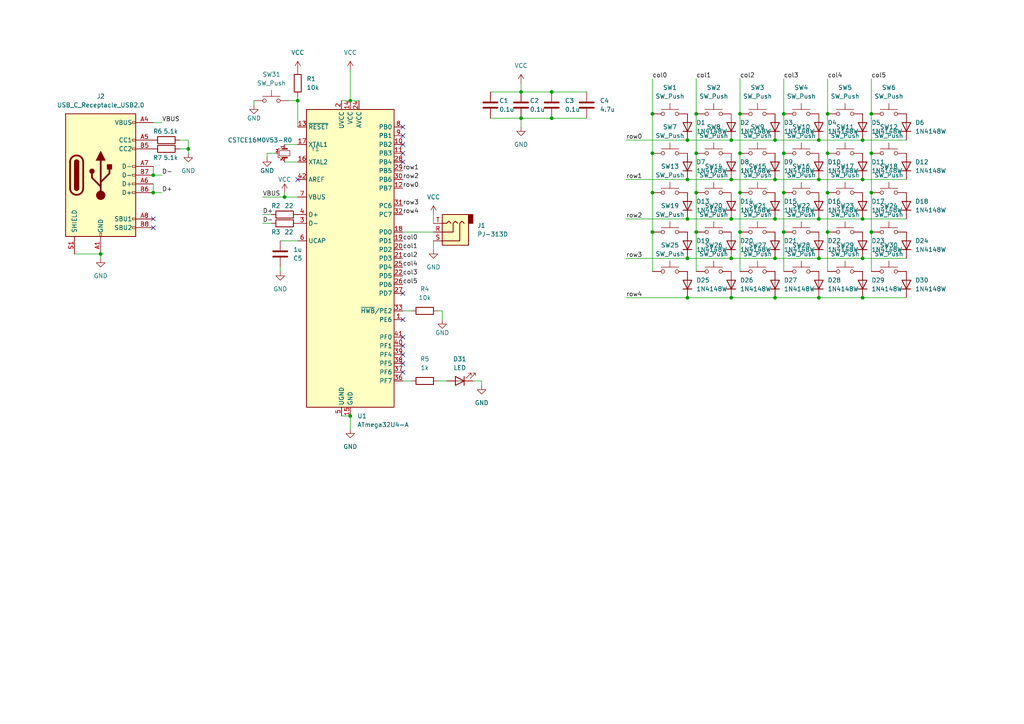
<source format=kicad_sch>
(kicad_sch (version 20211123) (generator eeschema)
  (paper "A4")
  (lib_symbols
    (symbol "Connector:AudioJack3"
      (property "Reference" "J" (at 0 8.89 0))
      (property "Value" "AudioJack3" (at 0 6.35 0))
      (symbol "AudioJack3_0_1"
        (rectangle (start -5.08 -5.08) (end -6.35 -2.54) (stroke (width 0.254)) (fill (type outline)))
        (polyline (pts (xy 0 -2.54) (xy 0.635 -3.175) (xy 1.27 -2.54) (xy 2.54 -2.54)) (stroke (width 0.254)))
        (polyline (pts (xy -1.905 -2.54) (xy -1.27 -3.175) (xy -0.635 -2.54) (xy -0.635 0) (xy 2.54 0)) (stroke (width 0.254)))
        (polyline (pts (xy 2.54 2.54) (xy -2.54 2.54) (xy -2.54 -2.54) (xy -3.175 -3.175) (xy -3.81 -2.54)) (stroke (width 0.254)))
        (rectangle (start 2.54 3.81) (end -5.08 -5.08) (stroke (width 0.254)) (fill (type background)))
      )
      (symbol "AudioJack3_1_1"
        (pin passive line (at 5.08 0 180) (length 2.54) (name "~") (number "R"))
        (pin passive line (at 5.08 2.54 180) (length 2.54) (name "~") (number "S"))
        (pin passive line (at 5.08 -2.54 180) (length 2.54) (name "~") (number "T"))
      )
    )
    (symbol "Connector:USB_C_Receptacle_USB2.0" (pin_names (offset 1.016))
      (property "Reference" "J" (at -10.16 19.05 0))
      (property "Value" "USB_C_Receptacle_USB2.0" (at 19.05 19.05 0))
      (symbol "USB_C_Receptacle_USB2.0_0_0"
        (rectangle (start -0.254 -17.78) (end 0.254 -16.764))
        (rectangle (start 10.16 -14.986) (end 9.144 -15.494))
        (rectangle (start 10.16 -12.446) (end 9.144 -12.954))
        (rectangle (start 10.16 -4.826) (end 9.144 -5.334))
        (rectangle (start 10.16 -2.286) (end 9.144 -2.794))
        (rectangle (start 10.16 0.254) (end 9.144 -0.254))
        (rectangle (start 10.16 2.794) (end 9.144 2.286))
        (rectangle (start 10.16 7.874) (end 9.144 7.366))
        (rectangle (start 10.16 10.414) (end 9.144 9.906))
        (rectangle (start 10.16 15.494) (end 9.144 14.986))
      )
      (symbol "USB_C_Receptacle_USB2.0_0_1"
        (rectangle (start -10.16 17.78) (end 10.16 -17.78) (stroke (width 0.254)) (fill (type background)))
        (arc (start -8.89 -3.81) (mid -6.985 -5.715) (end -5.08 -3.81) (stroke (width 0.508)))
        (arc (start -7.62 -3.81) (mid -6.985 -4.445) (end -6.35 -3.81) (stroke (width 0.254)))
        (arc (start -7.62 -3.81) (mid -6.985 -4.445) (end -6.35 -3.81) (stroke (width 0.254)) (fill (type outline)))
        (rectangle (start -7.62 -3.81) (end -6.35 3.81) (stroke (width 0.254)) (fill (type outline)))
        (arc (start -6.35 3.81) (mid -6.985 4.445) (end -7.62 3.81) (stroke (width 0.254)))
        (arc (start -6.35 3.81) (mid -6.985 4.445) (end -7.62 3.81) (stroke (width 0.254)) (fill (type outline)))
        (arc (start -5.08 3.81) (mid -6.985 5.715) (end -8.89 3.81) (stroke (width 0.508)))
        (circle (center -2.54 1.143) (radius 0.635) (stroke (width 0.254)) (fill (type outline)))
        (circle (center 0 -5.842) (radius 1.27) (fill (type outline)))
        (polyline (pts (xy -8.89 -3.81) (xy -8.89 3.81)) (stroke (width 0.508)))
        (polyline (pts (xy -5.08 3.81) (xy -5.08 -3.81)) (stroke (width 0.508)))
        (polyline (pts (xy 0 -5.842) (xy 0 4.318)) (stroke (width 0.508)))
        (polyline (pts (xy 0 -3.302) (xy -2.54 -0.762) (xy -2.54 0.508)) (stroke (width 0.508)))
        (polyline (pts (xy 0 -2.032) (xy 2.54 0.508) (xy 2.54 1.778)) (stroke (width 0.508)))
        (polyline (pts (xy -1.27 4.318) (xy 0 6.858) (xy 1.27 4.318) (xy -1.27 4.318)) (stroke (width 0.254)) (fill (type outline)))
        (rectangle (start 1.905 1.778) (end 3.175 3.048) (stroke (width 0.254)) (fill (type outline)))
      )
      (symbol "USB_C_Receptacle_USB2.0_1_1"
        (pin passive line (at 0 -22.86 90) (length 5.08) (name "GND") (number "A1"))
        (pin passive line (at 0 -22.86 90) (length 5.08) hide (name "GND") (number "A12"))
        (pin passive line (at 15.24 15.24 180) (length 5.08) (name "VBUS") (number "A4"))
        (pin bidirectional line (at 15.24 10.16 180) (length 5.08) (name "CC1") (number "A5"))
        (pin bidirectional line (at 15.24 -2.54 180) (length 5.08) (name "D+") (number "A6"))
        (pin bidirectional line (at 15.24 2.54 180) (length 5.08) (name "D-") (number "A7"))
        (pin bidirectional line (at 15.24 -12.7 180) (length 5.08) (name "SBU1") (number "A8"))
        (pin passive line (at 15.24 15.24 180) (length 5.08) hide (name "VBUS") (number "A9"))
        (pin passive line (at 0 -22.86 90) (length 5.08) hide (name "GND") (number "B1"))
        (pin passive line (at 0 -22.86 90) (length 5.08) hide (name "GND") (number "B12"))
        (pin passive line (at 15.24 15.24 180) (length 5.08) hide (name "VBUS") (number "B4"))
        (pin bidirectional line (at 15.24 7.62 180) (length 5.08) (name "CC2") (number "B5"))
        (pin bidirectional line (at 15.24 -5.08 180) (length 5.08) (name "D+") (number "B6"))
        (pin bidirectional line (at 15.24 0 180) (length 5.08) (name "D-") (number "B7"))
        (pin bidirectional line (at 15.24 -15.24 180) (length 5.08) (name "SBU2") (number "B8"))
        (pin passive line (at 15.24 15.24 180) (length 5.08) hide (name "VBUS") (number "B9"))
        (pin passive line (at -7.62 -22.86 90) (length 5.08) (name "SHIELD") (number "S1"))
      )
    )
    (symbol "Device:C" (pin_numbers hide) (pin_names (offset 0.254))
      (property "Reference" "C" (at 0.635 2.54 0))
      (property "Value" "C" (at 0.635 -2.54 0))
      (symbol "C_0_1"
        (polyline (pts (xy -2.032 -0.762) (xy 2.032 -0.762)) (stroke (width 0.508)))
        (polyline (pts (xy -2.032 0.762) (xy 2.032 0.762)) (stroke (width 0.508)))
      )
      (symbol "C_1_1"
        (pin passive line (at 0 3.81 270) (length 2.794) (name "~") (number "1"))
        (pin passive line (at 0 -3.81 90) (length 2.794) (name "~") (number "2"))
      )
    )
    (symbol "Device:Crystal_GND3_Small" (pin_names (offset 1.016) hide)
      (property "Reference" "Y1" (at -1.27 7.62 90))
      (property "Value" "CSTCE16M0V53-R0" (at -13.97 5.08 90))
      (symbol "Crystal_GND3_Small_0_1"
        (rectangle (start -0.762 -1.524) (end 0.762 1.524))
        (polyline (pts (xy -1.27 -0.762) (xy -1.27 0.762)) (stroke (width 0.381)))
        (polyline (pts (xy 1.27 -0.762) (xy 1.27 0.762)) (stroke (width 0.381)))
        (polyline (pts (xy -1.27 -1.27) (xy -1.27 -1.905) (xy 1.27 -1.905) (xy 1.27 -1.27)))
      )
      (symbol "Crystal_GND3_Small_1_1"
        (pin passive line (at -2.54 0 0) (length 1.27) (name "1") (number "1"))
        (pin passive line (at 0 -2.54 90) (length 0.635) (name "2") (number "2"))
        (pin passive line (at 2.54 0 180) (length 1.27) (name "3") (number "3"))
      )
    )
    (symbol "Device:LED" (pin_numbers hide) (pin_names (offset 1.016) hide)
      (property "Reference" "D" (at 0 2.54 0))
      (property "Value" "LED" (at 0 -2.54 0))
      (symbol "LED_0_1"
        (polyline (pts (xy -1.27 -1.27) (xy -1.27 1.27)) (stroke (width 0.254)))
        (polyline (pts (xy -1.27 0) (xy 1.27 0)))
        (polyline (pts (xy 1.27 -1.27) (xy 1.27 1.27) (xy -1.27 0) (xy 1.27 -1.27)) (stroke (width 0.254)))
        (polyline (pts (xy -3.048 -0.762) (xy -4.572 -2.286) (xy -3.81 -2.286) (xy -4.572 -2.286) (xy -4.572 -1.524)))
        (polyline (pts (xy -1.778 -0.762) (xy -3.302 -2.286) (xy -2.54 -2.286) (xy -3.302 -2.286) (xy -3.302 -1.524)))
      )
      (symbol "LED_1_1"
        (pin passive line (at -3.81 0 0) (length 2.54) (name "K") (number "1"))
        (pin passive line (at 3.81 0 180) (length 2.54) (name "A") (number "2"))
      )
    )
    (symbol "Device:R" (pin_numbers hide) (pin_names (offset 0))
      (property "Reference" "R" (at 2.032 0 90))
      (property "Value" "R" (at 0 0 90))
      (symbol "R_0_1"
        (rectangle (start -1.016 -2.54) (end 1.016 2.54) (stroke (width 0.254)))
      )
      (symbol "R_1_1"
        (pin passive line (at 0 3.81 270) (length 1.27) (name "~") (number "1"))
        (pin passive line (at 0 -3.81 90) (length 1.27) (name "~") (number "2"))
      )
    )
    (symbol "Diode:1N4148W" (pin_numbers hide) (pin_names hide)
      (property "Reference" "D" (at 0 2.54 0))
      (property "Value" "1N4148W" (at 0 -2.54 0))
      (symbol "1N4148W_0_1"
        (polyline (pts (xy -1.27 1.27) (xy -1.27 -1.27)) (stroke (width 0.254)))
        (polyline (pts (xy 1.27 0) (xy -1.27 0)))
        (polyline (pts (xy 1.27 1.27) (xy 1.27 -1.27) (xy -1.27 0) (xy 1.27 1.27)) (stroke (width 0.254)))
      )
      (symbol "1N4148W_1_1"
        (pin passive line (at -3.81 0 0) (length 2.54) (name "K") (number "1"))
        (pin passive line (at 3.81 0 180) (length 2.54) (name "A") (number "2"))
      )
    )
    (symbol "MCU_Microchip_ATmega:ATmega32U4-A"
      (property "Reference" "U" (at -12.7 44.45 0))
      (property "Value" "ATmega32U4-A" (at 2.54 -44.45 0))
      (symbol "ATmega32U4-A_0_1"
        (rectangle (start -12.7 -43.18) (end 12.7 43.18) (stroke (width 0.254)) (fill (type background)))
      )
      (symbol "ATmega32U4-A_1_1"
        (pin bidirectional line (at 15.24 -17.78 180) (length 2.54) (name "PE6") (number "1"))
        (pin bidirectional line (at 15.24 33.02 180) (length 2.54) (name "PB2") (number "10"))
        (pin bidirectional line (at 15.24 30.48 180) (length 2.54) (name "PB3") (number "11"))
        (pin bidirectional line (at 15.24 20.32 180) (length 2.54) (name "PB7") (number "12"))
        (pin input line (at -15.24 38.1 0) (length 2.54) (name "~{RESET}") (number "13"))
        (pin power_in line (at 0 45.72 270) (length 2.54) (name "VCC") (number "14"))
        (pin power_in line (at 0 -45.72 90) (length 2.54) (name "GND") (number "15"))
        (pin output line (at -15.24 27.94 0) (length 2.54) (name "XTAL2") (number "16"))
        (pin input line (at -15.24 33.02 0) (length 2.54) (name "XTAL1") (number "17"))
        (pin bidirectional line (at 15.24 7.62 180) (length 2.54) (name "PD0") (number "18"))
        (pin bidirectional line (at 15.24 5.08 180) (length 2.54) (name "PD1") (number "19"))
        (pin power_in line (at -2.54 45.72 270) (length 2.54) (name "UVCC") (number "2"))
        (pin bidirectional line (at 15.24 2.54 180) (length 2.54) (name "PD2") (number "20"))
        (pin bidirectional line (at 15.24 0 180) (length 2.54) (name "PD3") (number "21"))
        (pin bidirectional line (at 15.24 -5.08 180) (length 2.54) (name "PD5") (number "22"))
        (pin passive line (at 0 -45.72 90) (length 2.54) hide (name "GND") (number "23"))
        (pin power_in line (at 2.54 45.72 270) (length 2.54) (name "AVCC") (number "24"))
        (pin bidirectional line (at 15.24 -2.54 180) (length 2.54) (name "PD4") (number "25"))
        (pin bidirectional line (at 15.24 -7.62 180) (length 2.54) (name "PD6") (number "26"))
        (pin bidirectional line (at 15.24 -10.16 180) (length 2.54) (name "PD7") (number "27"))
        (pin bidirectional line (at 15.24 27.94 180) (length 2.54) (name "PB4") (number "28"))
        (pin bidirectional line (at 15.24 25.4 180) (length 2.54) (name "PB5") (number "29"))
        (pin bidirectional line (at -15.24 10.16 0) (length 2.54) (name "D-") (number "3"))
        (pin bidirectional line (at 15.24 22.86 180) (length 2.54) (name "PB6") (number "30"))
        (pin bidirectional line (at 15.24 15.24 180) (length 2.54) (name "PC6") (number "31"))
        (pin bidirectional line (at 15.24 12.7 180) (length 2.54) (name "PC7") (number "32"))
        (pin bidirectional line (at 15.24 -15.24 180) (length 2.54) (name "~{HWB}/PE2") (number "33"))
        (pin passive line (at 0 45.72 270) (length 2.54) hide (name "VCC") (number "34"))
        (pin passive line (at 0 -45.72 90) (length 2.54) hide (name "GND") (number "35"))
        (pin bidirectional line (at 15.24 -35.56 180) (length 2.54) (name "PF7") (number "36"))
        (pin bidirectional line (at 15.24 -33.02 180) (length 2.54) (name "PF6") (number "37"))
        (pin bidirectional line (at 15.24 -30.48 180) (length 2.54) (name "PF5") (number "38"))
        (pin bidirectional line (at 15.24 -27.94 180) (length 2.54) (name "PF4") (number "39"))
        (pin bidirectional line (at -15.24 12.7 0) (length 2.54) (name "D+") (number "4"))
        (pin bidirectional line (at 15.24 -25.4 180) (length 2.54) (name "PF1") (number "40"))
        (pin bidirectional line (at 15.24 -22.86 180) (length 2.54) (name "PF0") (number "41"))
        (pin passive line (at -15.24 22.86 0) (length 2.54) (name "AREF") (number "42"))
        (pin passive line (at 0 -45.72 90) (length 2.54) hide (name "GND") (number "43"))
        (pin passive line (at 2.54 45.72 270) (length 2.54) hide (name "AVCC") (number "44"))
        (pin passive line (at -2.54 -45.72 90) (length 2.54) (name "UGND") (number "5"))
        (pin passive line (at -15.24 5.08 0) (length 2.54) (name "UCAP") (number "6"))
        (pin input line (at -15.24 17.78 0) (length 2.54) (name "VBUS") (number "7"))
        (pin bidirectional line (at 15.24 38.1 180) (length 2.54) (name "PB0") (number "8"))
        (pin bidirectional line (at 15.24 35.56 180) (length 2.54) (name "PB1") (number "9"))
      )
    )
    (symbol "Switch:SW_Push" (pin_numbers hide) (pin_names (offset 1.016) hide)
      (property "Reference" "SW" (at 1.27 2.54 0))
      (property "Value" "SW_Push" (at 0 -1.524 0))
      (symbol "SW_Push_0_1"
        (circle (center -2.032 0) (radius 0.508))
        (polyline (pts (xy 0 1.27) (xy 0 3.048)))
        (polyline (pts (xy 2.54 1.27) (xy -2.54 1.27)))
        (circle (center 2.032 0) (radius 0.508))
        (pin passive line (at -5.08 0 0) (length 2.54) (name "1") (number "1"))
        (pin passive line (at 5.08 0 180) (length 2.54) (name "2") (number "2"))
      )
    )
    (symbol "power:GND" (power) (pin_names (offset 0))
      (property "Value" "GND" (at 0 -3.81 0))
      (symbol "GND_0_1"
        (polyline (pts (xy 0 0) (xy 0 -1.27) (xy 1.27 -1.27) (xy 0 -2.54) (xy -1.27 -1.27) (xy 0 -1.27)))
      )
      (symbol "GND_1_1"
        (pin power_in line (at 0 0 270) (length 0) hide (name "GND") (number "1"))
      )
    )
    (symbol "power:VCC" (power) (pin_names (offset 0))
      (property "Value" "VCC" (at 0 3.81 0))
      (symbol "VCC_0_1"
        (polyline (pts (xy -0.762 1.27) (xy 0 2.54)))
        (polyline (pts (xy 0 0) (xy 0 2.54)))
        (polyline (pts (xy 0 2.54) (xy 0.762 1.27)))
      )
      (symbol "VCC_1_1"
        (pin power_in line (at 0 0 90) (length 0) hide (name "VCC") (number "1"))
      )
    )
  )
  (junction (at 250.19 63.5))
  (junction (at 252.73 44.45))
  (junction (at 189.23 55.88))
  (junction (at 224.79 52.07))
  (junction (at 54.61 43.18))
  (junction (at 250.19 40.64))
  (junction (at 252.73 67.31))
  (junction (at 212.09 86.36))
  (junction (at 199.39 74.93))
  (junction (at 29.21 73.66))
  (junction (at 237.49 74.93))
  (junction (at 224.79 74.93))
  (junction (at 250.19 52.07))
  (junction (at 189.23 33.02))
  (junction (at 240.03 55.88))
  (junction (at 250.19 86.36))
  (junction (at 189.23 44.45))
  (junction (at 214.63 44.45))
  (junction (at 227.33 67.31))
  (junction (at 101.6 120.65))
  (junction (at 237.49 86.36))
  (junction (at 199.39 63.5))
  (junction (at 240.03 33.02))
  (junction (at 212.09 74.93))
  (junction (at 227.33 55.88))
  (junction (at 201.93 55.88))
  (junction (at 224.79 86.36))
  (junction (at 201.93 33.02))
  (junction (at 237.49 40.64))
  (junction (at 201.93 67.31))
  (junction (at 227.33 33.02))
  (junction (at 252.73 33.02))
  (junction (at 224.79 63.5))
  (junction (at 199.39 86.36))
  (junction (at 214.63 67.31))
  (junction (at 212.09 52.07))
  (junction (at 199.39 52.07))
  (junction (at 250.19 74.93))
  (junction (at 214.63 33.02))
  (junction (at 201.93 44.45))
  (junction (at 82.55 57.15))
  (junction (at 240.03 67.31))
  (junction (at 237.49 63.5))
  (junction (at 189.23 67.31))
  (junction (at 240.03 44.45))
  (junction (at 212.09 40.64))
  (junction (at 227.33 44.45))
  (junction (at 160.02 34.29))
  (junction (at 224.79 40.64))
  (junction (at 160.02 26.67))
  (junction (at 214.63 55.88))
  (junction (at 151.13 26.67))
  (junction (at 151.13 34.29))
  (junction (at 44.45 50.8))
  (junction (at 252.73 55.88))
  (junction (at 101.6 29.21))
  (junction (at 44.45 55.88))
  (junction (at 86.36 29.21))
  (junction (at 212.09 63.5))
  (junction (at 237.49 52.07))
  (junction (at 199.39 40.64))
  (no_connect (at 116.84 46.99))
  (no_connect (at 116.84 39.37))
  (no_connect (at 116.84 102.87))
  (no_connect (at 86.36 52.07))
  (no_connect (at 116.84 92.71))
  (no_connect (at 116.84 97.79))
  (no_connect (at 116.84 100.33))
  (no_connect (at 116.84 105.41))
  (no_connect (at 116.84 107.95))
  (no_connect (at 116.84 85.09))
  (no_connect (at 44.45 66.04))
  (no_connect (at 116.84 41.91))
  (no_connect (at 116.84 36.83))
  (no_connect (at 44.45 63.5))
  (no_connect (at 116.84 44.45))
  (wire (pts (xy 44.45 50.8) (xy 44.45 48.26)))
  (wire (pts (xy 189.23 44.45) (xy 189.23 55.88)))
  (wire (pts (xy 237.49 63.5) (xy 250.19 63.5)))
  (wire (pts (xy 54.61 43.18) (xy 52.07 43.18)))
  (wire (pts (xy 214.63 22.86) (xy 214.63 33.02)))
  (wire (pts (xy 151.13 34.29) (xy 160.02 34.29)))
  (wire (pts (xy 250.19 40.64) (xy 262.89 40.64)))
  (wire (pts (xy 77.47 45.72) (xy 77.47 44.45)))
  (wire (pts (xy 44.45 55.88) (xy 44.45 53.34)))
  (wire (pts (xy 201.93 55.88) (xy 201.93 67.31)))
  (wire (pts (xy 181.61 52.07) (xy 199.39 52.07)))
  (wire (pts (xy 29.21 74.93) (xy 29.21 73.66)))
  (wire (pts (xy 250.19 86.36) (xy 262.89 86.36)))
  (wire (pts (xy 189.23 22.86) (xy 189.23 33.02)))
  (wire (pts (xy 201.93 44.45) (xy 201.93 55.88)))
  (wire (pts (xy 151.13 26.67) (xy 160.02 26.67)))
  (wire (pts (xy 127 90.17) (xy 128.27 90.17)))
  (wire (pts (xy 227.33 44.45) (xy 227.33 55.88)))
  (wire (pts (xy 116.84 110.49) (xy 119.38 110.49)))
  (wire (pts (xy 250.19 52.07) (xy 262.89 52.07)))
  (wire (pts (xy 240.03 22.86) (xy 240.03 33.02)))
  (wire (pts (xy 199.39 63.5) (xy 212.09 63.5)))
  (wire (pts (xy 212.09 40.64) (xy 224.79 40.64)))
  (wire (pts (xy 224.79 63.5) (xy 237.49 63.5)))
  (wire (pts (xy 119.38 90.17) (xy 116.84 90.17)))
  (wire (pts (xy 101.6 20.32) (xy 101.6 29.21)))
  (wire (pts (xy 224.79 40.64) (xy 237.49 40.64)))
  (wire (pts (xy 212.09 63.5) (xy 224.79 63.5)))
  (wire (pts (xy 46.99 55.88) (xy 44.45 55.88)))
  (wire (pts (xy 199.39 74.93) (xy 212.09 74.93)))
  (wire (pts (xy 21.59 73.66) (xy 29.21 73.66)))
  (wire (pts (xy 227.33 67.31) (xy 227.33 78.74)))
  (wire (pts (xy 101.6 124.46) (xy 101.6 120.65)))
  (wire (pts (xy 189.23 33.02) (xy 189.23 44.45)))
  (wire (pts (xy 240.03 44.45) (xy 240.03 55.88)))
  (wire (pts (xy 82.55 41.91) (xy 86.36 41.91)))
  (wire (pts (xy 252.73 67.31) (xy 252.73 78.74)))
  (wire (pts (xy 142.24 26.67) (xy 151.13 26.67)))
  (wire (pts (xy 201.93 67.31) (xy 201.93 78.74)))
  (wire (pts (xy 125.73 62.23) (xy 125.73 64.77)))
  (wire (pts (xy 224.79 74.93) (xy 237.49 74.93)))
  (wire (pts (xy 227.33 33.02) (xy 227.33 44.45)))
  (wire (pts (xy 252.73 55.88) (xy 252.73 67.31)))
  (wire (pts (xy 77.47 44.45) (xy 80.01 44.45)))
  (wire (pts (xy 86.36 27.94) (xy 86.36 29.21)))
  (wire (pts (xy 237.49 52.07) (xy 250.19 52.07)))
  (wire (pts (xy 201.93 22.86) (xy 201.93 33.02)))
  (wire (pts (xy 224.79 86.36) (xy 237.49 86.36)))
  (wire (pts (xy 160.02 34.29) (xy 170.18 34.29)))
  (wire (pts (xy 151.13 36.83) (xy 151.13 34.29)))
  (wire (pts (xy 54.61 40.64) (xy 52.07 40.64)))
  (wire (pts (xy 46.99 50.8) (xy 44.45 50.8)))
  (wire (pts (xy 99.06 120.65) (xy 101.6 120.65)))
  (wire (pts (xy 128.27 90.17) (xy 128.27 92.71)))
  (wire (pts (xy 73.66 29.21) (xy 73.66 30.48)))
  (wire (pts (xy 116.84 67.31) (xy 125.73 67.31)))
  (wire (pts (xy 227.33 22.86) (xy 227.33 33.02)))
  (wire (pts (xy 237.49 86.36) (xy 250.19 86.36)))
  (wire (pts (xy 237.49 40.64) (xy 250.19 40.64)))
  (wire (pts (xy 160.02 26.67) (xy 170.18 26.67)))
  (wire (pts (xy 189.23 67.31) (xy 189.23 78.74)))
  (wire (pts (xy 137.16 110.49) (xy 139.7 110.49)))
  (wire (pts (xy 99.06 29.21) (xy 101.6 29.21)))
  (wire (pts (xy 227.33 55.88) (xy 227.33 67.31)))
  (wire (pts (xy 199.39 86.36) (xy 212.09 86.36)))
  (wire (pts (xy 125.73 72.39) (xy 125.73 69.85)))
  (wire (pts (xy 214.63 44.45) (xy 214.63 55.88)))
  (wire (pts (xy 86.36 46.99) (xy 82.55 46.99)))
  (wire (pts (xy 212.09 52.07) (xy 224.79 52.07)))
  (wire (pts (xy 252.73 44.45) (xy 252.73 55.88)))
  (wire (pts (xy 54.61 40.64) (xy 54.61 43.18)))
  (wire (pts (xy 81.28 77.47) (xy 81.28 78.74)))
  (wire (pts (xy 199.39 40.64) (xy 212.09 40.64)))
  (wire (pts (xy 250.19 63.5) (xy 262.89 63.5)))
  (wire (pts (xy 224.79 52.07) (xy 237.49 52.07)))
  (wire (pts (xy 78.74 62.23) (xy 76.2 62.23)))
  (wire (pts (xy 86.36 29.21) (xy 83.82 29.21)))
  (wire (pts (xy 181.61 63.5) (xy 199.39 63.5)))
  (wire (pts (xy 214.63 55.88) (xy 214.63 67.31)))
  (wire (pts (xy 82.55 55.88) (xy 82.55 57.15)))
  (wire (pts (xy 81.28 69.85) (xy 86.36 69.85)))
  (wire (pts (xy 86.36 29.21) (xy 86.36 36.83)))
  (wire (pts (xy 214.63 67.31) (xy 214.63 78.74)))
  (wire (pts (xy 54.61 43.18) (xy 54.61 44.45)))
  (wire (pts (xy 201.93 33.02) (xy 201.93 44.45)))
  (wire (pts (xy 252.73 33.02) (xy 252.73 44.45)))
  (wire (pts (xy 214.63 33.02) (xy 214.63 44.45)))
  (wire (pts (xy 250.19 74.93) (xy 262.89 74.93)))
  (wire (pts (xy 82.55 57.15) (xy 86.36 57.15)))
  (wire (pts (xy 212.09 74.93) (xy 224.79 74.93)))
  (wire (pts (xy 181.61 40.64) (xy 199.39 40.64)))
  (wire (pts (xy 181.61 74.93) (xy 199.39 74.93)))
  (wire (pts (xy 142.24 34.29) (xy 151.13 34.29)))
  (wire (pts (xy 127 110.49) (xy 129.54 110.49)))
  (wire (pts (xy 76.2 64.77) (xy 78.74 64.77)))
  (wire (pts (xy 212.09 86.36) (xy 224.79 86.36)))
  (wire (pts (xy 76.2 57.15) (xy 82.55 57.15)))
  (wire (pts (xy 240.03 33.02) (xy 240.03 44.45)))
  (wire (pts (xy 151.13 24.13) (xy 151.13 26.67)))
  (wire (pts (xy 240.03 55.88) (xy 240.03 67.31)))
  (wire (pts (xy 252.73 22.86) (xy 252.73 33.02)))
  (wire (pts (xy 240.03 67.31) (xy 240.03 78.74)))
  (wire (pts (xy 189.23 55.88) (xy 189.23 67.31)))
  (wire (pts (xy 237.49 74.93) (xy 250.19 74.93)))
  (wire (pts (xy 46.99 35.56) (xy 44.45 35.56)))
  (wire (pts (xy 199.39 52.07) (xy 212.09 52.07)))
  (wire (pts (xy 139.7 110.49) (xy 139.7 111.76)))
  (wire (pts (xy 181.61 86.36) (xy 199.39 86.36)))
  (wire (pts (xy 101.6 29.21) (xy 104.14 29.21)))
  (label "col3" (at 116.84 80.01 0))
  (label "row4" (at 181.61 86.36 0))
  (label "col2" (at 116.84 74.93 0))
  (label "row0" (at 181.61 40.64 0))
  (label "D+" (at 76.2 62.23 0))
  (label "col5" (at 252.73 22.86 0))
  (label "row1" (at 116.84 49.53 0))
  (label "col4" (at 240.03 22.86 0))
  (label "VBUS" (at 46.99 35.56 0))
  (label "row3" (at 181.61 74.93 0))
  (label "VBUS" (at 76.2 57.15 0))
  (label "row4" (at 116.84 62.23 0))
  (label "D-" (at 46.99 50.8 0))
  (label "row0" (at 116.84 54.61 0))
  (label "col0" (at 189.23 22.86 0))
  (label "col4" (at 116.84 77.47 0))
  (label "col1" (at 201.93 22.86 0))
  (label "D-" (at 76.2 64.77 0))
  (label "col1" (at 116.84 72.39 0))
  (label "col5" (at 116.84 82.55 0))
  (label "row2" (at 116.84 52.07 0))
  (label "col0" (at 116.84 69.85 0))
  (label "col2" (at 214.63 22.86 0))
  (label "D+" (at 46.99 55.88 0))
  (label "col3" (at 227.33 22.86 0))
  (label "row2" (at 181.61 63.5 0))
  (label "row3" (at 116.84 59.69 0))
  (label "row1" (at 181.61 52.07 0))
  (symbol (lib_id "Switch:SW_Push") (at 245.11 55.88 0) (unit 1)
    (property "Reference" "SW17" (at 245.11 48.26 0))
    (property "Value" "SW_Push" (at 245.11 50.8 0))
    (property "Footprint" "Switch_Keyboard_Kailh:SW_Kailh_Choc_V1_1.00u_Simple" (effects hide))
  )
  (symbol (lib_id "Switch:SW_Push") (at 245.11 44.45 0) (unit 1)
    (property "Reference" "SW11" (at 245.11 36.83 0))
    (property "Value" "SW_Push" (at 245.11 39.37 0))
    (property "Footprint" "Switch_Keyboard_Kailh:SW_Kailh_Choc_V1_1.00u_Simple" (effects hide))
  )
  (symbol (lib_id "Switch:SW_Push") (at 194.31 78.74 0) (unit 1)
    (property "Reference" "SW25" (at 194.31 71.12 0))
    (property "Value" "SW_Push" (at 194.31 73.66 0))
    (property "Footprint" "Switch_Keyboard_Kailh:SW_Kailh_Choc_V1_1.00u_Simple" (effects hide))
  )
  (symbol (lib_id "power:GND") (at 128.27 92.71 0) (unit 1)
    (property "Reference" "#PWR012" (effects hide))
    (property "Value" "GND" (at 128.27 96.52 0))
  )
  (symbol (lib_id "power:VCC") (at 86.36 20.32 0) (unit 1)
    (property "Reference" "#PWR01" (effects hide))
    (property "Value" "VCC" (at 86.36 15.24 0))
  )
  (symbol (lib_id "Switch:SW_Push") (at 232.41 33.02 0) (unit 1)
    (property "Reference" "SW4" (at 232.41 25.4 0))
    (property "Value" "SW_Push" (at 232.41 27.94 0))
    (property "Footprint" "Switch_Keyboard_Kailh:SW_Kailh_Choc_V1_1.00u_Simple" (effects hide))
  )
  (symbol (lib_id "power:GND") (at 101.6 124.46 0) (unit 1)
    (property "Reference" "#PWR014" (effects hide))
    (property "Value" "GND" (at 101.6 129.54 0))
  )
  (symbol (lib_id "Switch:SW_Push") (at 194.31 55.88 0) (unit 1)
    (property "Reference" "SW13" (at 194.31 48.26 0))
    (property "Value" "SW_Push" (at 194.31 50.8 0))
    (property "Footprint" "Switch_Keyboard_Kailh:SW_Kailh_Choc_V1_1.00u_Simple" (effects hide))
  )
  (symbol (lib_id "power:GND") (at 73.66 30.48 0) (unit 1)
    (property "Reference" "#PWR04" (effects hide))
    (property "Value" "GND" (at 73.66 34.29 0))
  )
  (symbol (lib_id "Switch:SW_Push") (at 232.41 78.74 0) (unit 1)
    (property "Reference" "SW28" (at 232.41 71.12 0))
    (property "Value" "SW_Push" (at 232.41 73.66 0))
    (property "Footprint" "Switch_Keyboard_Kailh:SW_Kailh_Choc_V1_1.00u_Simple" (effects hide))
  )
  (symbol (lib_id "Diode:1N4148W") (at 237.49 82.55 90) (unit 1)
    (property "Reference" "D28" (at 240.03 81.2799 90) (effects (justify right)))
    (property "Value" "1N4148W" (at 240.03 83.8199 90) (effects (justify right)))
    (property "Footprint" "Diode_SMD:D_SOD-123" (effects hide))
    (property "Datasheet" "https://www.vishay.com/docs/85748/1n4148w.pdf" (effects hide))
  )
  (symbol (lib_id "Device:C") (at 142.24 30.48 0) (unit 1)
    (property "Reference" "C1" (at 144.78 29.21 0) (effects (justify left)))
    (property "Value" "0.1u" (at 144.78 31.75 0) (effects (justify left)))
    (property "Footprint" "Capacitor_SMD:C_0805_2012Metric_Pad1.18x1.45mm_HandSolder" (effects hide))
  )
  (symbol (lib_id "Diode:1N4148W") (at 212.09 82.55 90) (unit 1)
    (property "Reference" "D26" (at 214.63 81.2799 90) (effects (justify right)))
    (property "Value" "1N4148W" (at 214.63 83.8199 90) (effects (justify right)))
    (property "Footprint" "Diode_SMD:D_SOD-123" (effects hide))
    (property "Datasheet" "https://www.vishay.com/docs/85748/1n4148w.pdf" (effects hide))
  )
  (symbol (lib_id "Diode:1N4148W") (at 250.19 36.83 90) (unit 1)
    (property "Reference" "D5" (at 252.73 35.5599 90) (effects (justify right)))
    (property "Value" "1N4148W" (at 252.73 38.0999 90) (effects (justify right)))
    (property "Footprint" "Diode_SMD:D_SOD-123" (effects hide))
    (property "Datasheet" "https://www.vishay.com/docs/85748/1n4148w.pdf" (effects hide))
  )
  (symbol (lib_id "Diode:1N4148W") (at 250.19 59.69 90) (unit 1)
    (property "Reference" "D17" (at 252.73 58.4199 90) (effects (justify right)))
    (property "Value" "1N4148W" (at 252.73 60.9599 90) (effects (justify right)))
    (property "Footprint" "Diode_SMD:D_SOD-123" (effects hide))
    (property "Datasheet" "https://www.vishay.com/docs/85748/1n4148w.pdf" (effects hide))
  )
  (symbol (lib_id "Switch:SW_Push") (at 207.01 55.88 0) (unit 1)
    (property "Reference" "SW14" (at 207.01 48.26 0))
    (property "Value" "SW_Push" (at 207.01 50.8 0))
    (property "Footprint" "Switch_Keyboard_Kailh:SW_Kailh_Choc_V1_1.00u_Simple" (effects hide))
  )
  (symbol (lib_id "Diode:1N4148W") (at 250.19 71.12 90) (unit 1)
    (property "Reference" "D23" (at 252.73 69.8499 90) (effects (justify right)))
    (property "Value" "1N4148W" (at 252.73 72.3899 90) (effects (justify right)))
    (property "Footprint" "Diode_SMD:D_SOD-123" (effects hide))
    (property "Datasheet" "https://www.vishay.com/docs/85748/1n4148w.pdf" (effects hide))
  )
  (symbol (lib_id "Device:R") (at 82.55 64.77 270) (unit 1)
    (property "Reference" "R3" (at 80.01 67.31 90))
    (property "Value" "22" (at 83.82 67.31 90))
    (property "Footprint" "Resistor_SMD:R_0603_1608Metric_Pad0.98x0.95mm_HandSolder" (effects hide))
  )
  (symbol (lib_id "Device:Crystal_GND3_Small") (at 82.55 44.45 270) (unit 1)
    (property "Reference" "Y1" (at 90.17 43.18 90) (effects (justify left)))
    (property "Value" "CSTCE16M0V53-R0" (at 66.04 40.64 90) (effects (justify left)))
    (property "Footprint" "Crystal:Resonator_SMD_Murata_CSTxExxV-3Pin_3.0x1.1mm_HandSoldering" (effects hide))
  )
  (symbol (lib_id "Switch:SW_Push") (at 245.11 78.74 0) (unit 1)
    (property "Reference" "SW29" (at 245.11 71.12 0))
    (property "Value" "SW_Push" (at 245.11 73.66 0))
    (property "Footprint" "Switch_Keyboard_Kailh:SW_Kailh_Choc_V1_1.00u_Simple" (effects hide))
  )
  (symbol (lib_id "power:GND") (at 125.73 72.39 0) (unit 1)
    (property "Reference" "#PWR09" (effects hide))
    (property "Value" "GND" (at 125.73 77.47 0))
  )
  (symbol (lib_id "Device:R") (at 86.36 24.13 0) (unit 1)
    (property "Reference" "R1" (at 88.9 22.8599 0) (effects (justify left)))
    (property "Value" "10k" (at 88.9 25.3999 0) (effects (justify left)))
    (property "Footprint" "Resistor_SMD:R_0603_1608Metric_Pad0.98x0.95mm_HandSolder" (effects hide))
  )
  (symbol (lib_id "power:VCC") (at 125.73 62.23 0) (unit 1)
    (property "Reference" "#PWR08" (effects hide))
    (property "Value" "VCC" (at 125.73 57.15 0))
  )
  (symbol (lib_id "Diode:1N4148W") (at 237.49 59.69 90) (unit 1)
    (property "Reference" "D16" (at 240.03 58.4199 90) (effects (justify right)))
    (property "Value" "1N4148W" (at 240.03 60.9599 90) (effects (justify right)))
    (property "Footprint" "Diode_SMD:D_SOD-123" (effects hide))
    (property "Datasheet" "https://www.vishay.com/docs/85748/1n4148w.pdf" (effects hide))
  )
  (symbol (lib_id "Diode:1N4148W") (at 250.19 48.26 90) (unit 1)
    (property "Reference" "D11" (at 252.73 46.9899 90) (effects (justify right)))
    (property "Value" "1N4148W" (at 252.73 49.5299 90) (effects (justify right)))
    (property "Footprint" "Diode_SMD:D_SOD-123" (effects hide))
    (property "Datasheet" "https://www.vishay.com/docs/85748/1n4148w.pdf" (effects hide))
  )
  (symbol (lib_id "Switch:SW_Push") (at 194.31 44.45 0) (unit 1)
    (property "Reference" "SW7" (at 194.31 36.83 0))
    (property "Value" "SW_Push" (at 194.31 39.37 0))
    (property "Footprint" "Switch_Keyboard_Kailh:SW_Kailh_Choc_V1_1.00u_Simple" (effects hide))
  )
  (symbol (lib_id "Switch:SW_Push") (at 232.41 67.31 0) (unit 1)
    (property "Reference" "SW22" (at 232.41 59.69 0))
    (property "Value" "SW_Push" (at 232.41 62.23 0))
    (property "Footprint" "Switch_Keyboard_Kailh:SW_Kailh_Choc_V1_1.00u_Simple" (effects hide))
  )
  (symbol (lib_id "power:GND") (at 139.7 111.76 0) (unit 1)
    (property "Reference" "#PWR013" (effects hide))
    (property "Value" "GND" (at 139.7 116.84 0))
  )
  (symbol (lib_id "Switch:SW_Push") (at 194.31 67.31 0) (unit 1)
    (property "Reference" "SW19" (at 194.31 59.69 0))
    (property "Value" "SW_Push" (at 194.31 62.23 0))
    (property "Footprint" "Switch_Keyboard_Kailh:SW_Kailh_Choc_V1_1.00u_Simple" (effects hide))
  )
  (symbol (lib_id "Diode:1N4148W") (at 250.19 82.55 90) (unit 1)
    (property "Reference" "D29" (at 252.73 81.2799 90) (effects (justify right)))
    (property "Value" "1N4148W" (at 252.73 83.8199 90) (effects (justify right)))
    (property "Footprint" "Diode_SMD:D_SOD-123" (effects hide))
    (property "Datasheet" "https://www.vishay.com/docs/85748/1n4148w.pdf" (effects hide))
  )
  (symbol (lib_id "Connector:AudioJack3") (at 130.81 67.31 180) (unit 1)
    (property "Reference" "J1" (at 138.43 65.4049 0) (effects (justify right)))
    (property "Value" "PJ-313D" (at 138.43 67.9449 0) (effects (justify right)))
    (property "Footprint" "Connector_Audio:PJ-313D" (effects hide))
  )
  (symbol (lib_id "Switch:SW_Push") (at 207.01 67.31 0) (unit 1)
    (property "Reference" "SW20" (at 207.01 59.69 0))
    (property "Value" "SW_Push" (at 207.01 62.23 0))
    (property "Footprint" "Switch_Keyboard_Kailh:SW_Kailh_Choc_V1_1.00u_Simple" (effects hide))
  )
  (symbol (lib_id "Diode:1N4148W") (at 262.89 36.83 90) (unit 1)
    (property "Reference" "D6" (at 265.43 35.5599 90) (effects (justify right)))
    (property "Value" "1N4148W" (at 265.43 38.0999 90) (effects (justify right)))
    (property "Footprint" "Diode_SMD:D_SOD-123" (effects hide))
    (property "Datasheet" "https://www.vishay.com/docs/85748/1n4148w.pdf" (effects hide))
  )
  (symbol (lib_id "Diode:1N4148W") (at 224.79 36.83 90) (unit 1)
    (property "Reference" "D3" (at 227.33 35.5599 90) (effects (justify right)))
    (property "Value" "1N4148W" (at 227.33 38.0999 90) (effects (justify right)))
    (property "Footprint" "Diode_SMD:D_SOD-123" (effects hide))
    (property "Datasheet" "https://www.vishay.com/docs/85748/1n4148w.pdf" (effects hide))
  )
  (symbol (lib_id "Device:C") (at 170.18 30.48 0) (unit 1)
    (property "Reference" "C4" (at 173.99 29.2099 0) (effects (justify left)))
    (property "Value" "4.7u" (at 173.99 31.7499 0) (effects (justify left)))
    (property "Footprint" "Capacitor_SMD:C_0805_2012Metric_Pad1.18x1.45mm_HandSolder" (effects hide))
  )
  (symbol (lib_id "Diode:1N4148W") (at 212.09 71.12 90) (unit 1)
    (property "Reference" "D20" (at 214.63 69.8499 90) (effects (justify right)))
    (property "Value" "1N4148W" (at 214.63 72.3899 90) (effects (justify right)))
    (property "Footprint" "Diode_SMD:D_SOD-123" (effects hide))
    (property "Datasheet" "https://www.vishay.com/docs/85748/1n4148w.pdf" (effects hide))
  )
  (symbol (lib_id "power:GND") (at 151.13 36.83 0) (unit 1)
    (property "Reference" "#PWR05" (effects hide))
    (property "Value" "GND" (at 151.13 41.91 0))
  )
  (symbol (lib_id "Diode:1N4148W") (at 237.49 71.12 90) (unit 1)
    (property "Reference" "D22" (at 240.03 69.8499 90) (effects (justify right)))
    (property "Value" "1N4148W" (at 240.03 72.3899 90) (effects (justify right)))
    (property "Footprint" "Diode_SMD:D_SOD-123" (effects hide))
    (property "Datasheet" "https://www.vishay.com/docs/85748/1n4148w.pdf" (effects hide))
  )
  (symbol (lib_id "Connector:USB_C_Receptacle_USB2.0") (at 29.21 50.8 0) (unit 1)
    (property "Reference" "J2" (at 29.21 27.94 0))
    (property "Value" "USB_C_Receptacle_USB2.0" (at 29.21 30.48 0))
    (property "Footprint" "Connector_USB:USB_C_Receptacle_5077CR-16SMC2-BK-TR" (effects hide))
    (property "Datasheet" "https://www.usb.org/sites/default/files/documents/usb_type-c.zip" (effects hide))
  )
  (symbol (lib_id "Diode:1N4148W") (at 224.79 59.69 90) (unit 1)
    (property "Reference" "D15" (at 227.33 58.4199 90) (effects (justify right)))
    (property "Value" "1N4148W" (at 227.33 60.9599 90) (effects (justify right)))
    (property "Footprint" "Diode_SMD:D_SOD-123" (effects hide))
    (property "Datasheet" "https://www.vishay.com/docs/85748/1n4148w.pdf" (effects hide))
  )
  (symbol (lib_id "Device:R") (at 48.26 43.18 270) (unit 1)
    (property "Reference" "R7" (at 45.72 45.72 90))
    (property "Value" "5.1k" (at 49.53 45.72 90))
    (property "Footprint" "Resistor_SMD:R_0603_1608Metric_Pad0.98x0.95mm_HandSolder" (effects hide))
  )
  (symbol (lib_id "Diode:1N4148W") (at 199.39 71.12 90) (unit 1)
    (property "Reference" "D19" (at 201.93 69.8499 90) (effects (justify right)))
    (property "Value" "1N4148W" (at 201.93 72.3899 90) (effects (justify right)))
    (property "Footprint" "Diode_SMD:D_SOD-123" (effects hide))
    (property "Datasheet" "https://www.vishay.com/docs/85748/1n4148w.pdf" (effects hide))
  )
  (symbol (lib_id "Switch:SW_Push") (at 219.71 67.31 0) (unit 1)
    (property "Reference" "SW21" (at 219.71 59.69 0))
    (property "Value" "SW_Push" (at 219.71 62.23 0))
    (property "Footprint" "Switch_Keyboard_Kailh:SW_Kailh_Choc_V1_1.00u_Simple" (effects hide))
  )
  (symbol (lib_id "power:VCC") (at 82.55 55.88 0) (unit 1)
    (property "Reference" "#PWR07" (effects hide))
    (property "Value" "VCC" (at 82.55 52.07 0))
  )
  (symbol (lib_id "Diode:1N4148W") (at 212.09 59.69 90) (unit 1)
    (property "Reference" "D14" (at 214.63 58.4199 90) (effects (justify right)))
    (property "Value" "1N4148W" (at 214.63 60.9599 90) (effects (justify right)))
    (property "Footprint" "Diode_SMD:D_SOD-123" (effects hide))
    (property "Datasheet" "https://www.vishay.com/docs/85748/1n4148w.pdf" (effects hide))
  )
  (symbol (lib_id "Device:C") (at 151.13 30.48 0) (unit 1)
    (property "Reference" "C2" (at 153.67 29.21 0) (effects (justify left)))
    (property "Value" "0.1u" (at 153.67 31.75 0) (effects (justify left)))
    (property "Footprint" "Capacitor_SMD:C_0805_2012Metric_Pad1.18x1.45mm_HandSolder" (effects hide))
  )
  (symbol (lib_id "power:GND") (at 29.21 74.93 0) (unit 1)
    (property "Reference" "#PWR010" (effects hide))
    (property "Value" "GND" (at 29.21 80.01 0))
  )
  (symbol (lib_id "Diode:1N4148W") (at 262.89 82.55 90) (unit 1)
    (property "Reference" "D30" (at 265.43 81.2799 90) (effects (justify right)))
    (property "Value" "1N4148W" (at 265.43 83.8199 90) (effects (justify right)))
    (property "Footprint" "Diode_SMD:D_SOD-123" (effects hide))
    (property "Datasheet" "https://www.vishay.com/docs/85748/1n4148w.pdf" (effects hide))
  )
  (symbol (lib_id "Diode:1N4148W") (at 262.89 71.12 90) (unit 1)
    (property "Reference" "D24" (at 265.43 69.8499 90) (effects (justify right)))
    (property "Value" "1N4148W" (at 265.43 72.3899 90) (effects (justify right)))
    (property "Footprint" "Diode_SMD:D_SOD-123" (effects hide))
    (property "Datasheet" "https://www.vishay.com/docs/85748/1n4148w.pdf" (effects hide))
  )
  (symbol (lib_id "Switch:SW_Push") (at 257.81 44.45 0) (unit 1)
    (property "Reference" "SW12" (at 257.81 36.83 0))
    (property "Value" "SW_Push" (at 257.81 39.37 0))
    (property "Footprint" "Switch_Keyboard_Kailh:SW_Kailh_Choc_V1_1.00u_Simple" (effects hide))
  )
  (symbol (lib_id "Diode:1N4148W") (at 237.49 36.83 90) (unit 1)
    (property "Reference" "D4" (at 240.03 35.5599 90) (effects (justify right)))
    (property "Value" "1N4148W" (at 240.03 38.0999 90) (effects (justify right)))
    (property "Footprint" "Diode_SMD:D_SOD-123" (effects hide))
    (property "Datasheet" "https://www.vishay.com/docs/85748/1n4148w.pdf" (effects hide))
  )
  (symbol (lib_id "Switch:SW_Push") (at 257.81 55.88 0) (unit 1)
    (property "Reference" "SW18" (at 257.81 48.26 0))
    (property "Value" "SW_Push" (at 257.81 50.8 0))
    (property "Footprint" "Switch_Keyboard_Kailh:SW_Kailh_Choc_V1_1.00u_Simple" (effects hide))
  )
  (symbol (lib_id "Diode:1N4148W") (at 199.39 36.83 90) (unit 1)
    (property "Reference" "D1" (at 201.93 35.5599 90) (effects (justify right)))
    (property "Value" "1N4148W" (at 201.93 38.0999 90) (effects (justify right)))
    (property "Footprint" "Diode_SMD:D_SOD-123" (effects hide))
    (property "Datasheet" "https://www.vishay.com/docs/85748/1n4148w.pdf" (effects hide))
  )
  (symbol (lib_id "Switch:SW_Push") (at 232.41 55.88 0) (unit 1)
    (property "Reference" "SW16" (at 232.41 48.26 0))
    (property "Value" "SW_Push" (at 232.41 50.8 0))
    (property "Footprint" "Switch_Keyboard_Kailh:SW_Kailh_Choc_V1_1.00u_Simple" (effects hide))
  )
  (symbol (lib_id "power:VCC") (at 101.6 20.32 0) (unit 1)
    (property "Reference" "#PWR02" (effects hide))
    (property "Value" "VCC" (at 101.6 15.24 0))
  )
  (symbol (lib_id "MCU_Microchip_ATmega:ATmega32U4-A") (at 101.6 74.93 0) (unit 1)
    (property "Reference" "U1" (at 103.6194 120.65 0) (effects (justify left)))
    (property "Value" "ATmega32U4-A" (at 103.6194 123.19 0) (effects (justify left)))
    (property "Footprint" "Package_QFP:TQFP-44_10x10mm_P0.8mm" (effects hide))
    (property "Datasheet" "http://ww1.microchip.com/downloads/en/DeviceDoc/Atmel-7766-8-bit-AVR-ATmega16U4-32U4_Datasheet.pdf" (effects hide))
  )
  (symbol (lib_id "Diode:1N4148W") (at 212.09 36.83 90) (unit 1)
    (property "Reference" "D2" (at 214.63 35.5599 90) (effects (justify right)))
    (property "Value" "1N4148W" (at 214.63 38.0999 90) (effects (justify right)))
    (property "Footprint" "Diode_SMD:D_SOD-123" (effects hide))
    (property "Datasheet" "https://www.vishay.com/docs/85748/1n4148w.pdf" (effects hide))
  )
  (symbol (lib_id "Switch:SW_Push") (at 219.71 33.02 0) (unit 1)
    (property "Reference" "SW3" (at 219.71 25.4 0))
    (property "Value" "SW_Push" (at 219.71 27.94 0))
    (property "Footprint" "Switch_Keyboard_Kailh:SW_Kailh_Choc_V1_1.00u_Simple" (effects hide))
  )
  (symbol (lib_id "Device:C") (at 81.28 73.66 180) (unit 1)
    (property "Reference" "C5" (at 86.36 74.93 0))
    (property "Value" "1u" (at 86.36 72.39 0))
    (property "Footprint" "Capacitor_SMD:C_0805_2012Metric_Pad1.18x1.45mm_HandSolder" (effects hide))
  )
  (symbol (lib_id "Diode:1N4148W") (at 199.39 82.55 90) (unit 1)
    (property "Reference" "D25" (at 201.93 81.2799 90) (effects (justify right)))
    (property "Value" "1N4148W" (at 201.93 83.8199 90) (effects (justify right)))
    (property "Footprint" "Diode_SMD:D_SOD-123" (effects hide))
    (property "Datasheet" "https://www.vishay.com/docs/85748/1n4148w.pdf" (effects hide))
  )
  (symbol (lib_id "Diode:1N4148W") (at 262.89 48.26 90) (unit 1)
    (property "Reference" "D12" (at 265.43 46.9899 90) (effects (justify right)))
    (property "Value" "1N4148W" (at 265.43 49.5299 90) (effects (justify right)))
    (property "Footprint" "Diode_SMD:D_SOD-123" (effects hide))
    (property "Datasheet" "https://www.vishay.com/docs/85748/1n4148w.pdf" (effects hide))
  )
  (symbol (lib_id "Diode:1N4148W") (at 224.79 48.26 90) (unit 1)
    (property "Reference" "D9" (at 227.33 46.9899 90) (effects (justify right)))
    (property "Value" "1N4148W" (at 227.33 49.5299 90) (effects (justify right)))
    (property "Footprint" "Diode_SMD:D_SOD-123" (effects hide))
    (property "Datasheet" "https://www.vishay.com/docs/85748/1n4148w.pdf" (effects hide))
  )
  (symbol (lib_id "power:VCC") (at 151.13 24.13 0) (unit 1)
    (property "Reference" "#PWR03" (effects hide))
    (property "Value" "VCC" (at 151.13 19.05 0))
  )
  (symbol (lib_id "Switch:SW_Push") (at 245.11 67.31 0) (unit 1)
    (property "Reference" "SW23" (at 245.11 59.69 0))
    (property "Value" "SW_Push" (at 245.11 62.23 0))
    (property "Footprint" "Switch_Keyboard_Kailh:SW_Kailh_Choc_V1_1.00u_Simple" (effects hide))
  )
  (symbol (lib_id "Device:R") (at 48.26 40.64 270) (unit 1)
    (property "Reference" "R6" (at 45.72 38.1 90))
    (property "Value" "5.1k" (at 49.53 38.1 90))
    (property "Footprint" "Resistor_SMD:R_0603_1608Metric_Pad0.98x0.95mm_HandSolder" (effects hide))
  )
  (symbol (lib_id "Switch:SW_Push") (at 257.81 33.02 0) (unit 1)
    (property "Reference" "SW6" (at 257.81 25.4 0))
    (property "Value" "SW_Push" (at 257.81 27.94 0))
    (property "Footprint" "Switch_Keyboard_Kailh:SW_Kailh_Choc_V1_1.00u_Simple" (effects hide))
  )
  (symbol (lib_id "Diode:1N4148W") (at 224.79 71.12 90) (unit 1)
    (property "Reference" "D21" (at 227.33 69.8499 90) (effects (justify right)))
    (property "Value" "1N4148W" (at 227.33 72.3899 90) (effects (justify right)))
    (property "Footprint" "Diode_SMD:D_SOD-123" (effects hide))
    (property "Datasheet" "https://www.vishay.com/docs/85748/1n4148w.pdf" (effects hide))
  )
  (symbol (lib_id "Device:R") (at 123.19 90.17 270) (unit 1)
    (property "Reference" "R4" (at 123.19 83.82 90))
    (property "Value" "10k" (at 123.19 86.36 90))
    (property "Footprint" "Resistor_SMD:R_0603_1608Metric_Pad0.98x0.95mm_HandSolder" (effects hide))
  )
  (symbol (lib_id "power:GND") (at 77.47 45.72 0) (unit 1)
    (property "Reference" "#PWR06" (effects hide))
    (property "Value" "GND" (at 77.47 49.53 0))
  )
  (symbol (lib_id "Switch:SW_Push") (at 219.71 44.45 0) (unit 1)
    (property "Reference" "SW9" (at 219.71 36.83 0))
    (property "Value" "SW_Push" (at 219.71 39.37 0))
    (property "Footprint" "Switch_Keyboard_Kailh:SW_Kailh_Choc_V1_1.00u_Simple" (effects hide))
  )
  (symbol (lib_id "Device:C") (at 160.02 30.48 0) (unit 1)
    (property "Reference" "C3" (at 163.83 29.2099 0) (effects (justify left)))
    (property "Value" "0.1u" (at 163.83 31.7499 0) (effects (justify left)))
    (property "Footprint" "Capacitor_SMD:C_0805_2012Metric_Pad1.18x1.45mm_HandSolder" (effects hide))
  )
  (symbol (lib_id "Switch:SW_Push") (at 257.81 67.31 0) (unit 1)
    (property "Reference" "SW24" (at 257.81 59.69 0))
    (property "Value" "SW_Push" (at 257.81 62.23 0))
    (property "Footprint" "Switch_Keyboard_Kailh:SW_Kailh_Choc_V1_1.00u_Simple" (effects hide))
  )
  (symbol (lib_id "Switch:SW_Push") (at 219.71 78.74 0) (unit 1)
    (property "Reference" "SW27" (at 219.71 71.12 0))
    (property "Value" "SW_Push" (at 219.71 73.66 0))
    (property "Footprint" "Switch_Keyboard_Kailh:SW_Kailh_Choc_V1_1.00u_Simple" (effects hide))
  )
  (symbol (lib_id "power:GND") (at 81.28 78.74 0) (unit 1)
    (property "Reference" "#PWR011" (effects hide))
    (property "Value" "GND" (at 81.28 83.82 0))
  )
  (symbol (lib_id "Diode:1N4148W") (at 199.39 48.26 90) (unit 1)
    (property "Reference" "D7" (at 201.93 46.9899 90) (effects (justify right)))
    (property "Value" "1N4148W" (at 201.93 49.5299 90) (effects (justify right)))
    (property "Footprint" "Diode_SMD:D_SOD-123" (effects hide))
    (property "Datasheet" "https://www.vishay.com/docs/85748/1n4148w.pdf" (effects hide))
  )
  (symbol (lib_id "Diode:1N4148W") (at 212.09 48.26 90) (unit 1)
    (property "Reference" "D8" (at 214.63 46.9899 90) (effects (justify right)))
    (property "Value" "1N4148W" (at 214.63 49.5299 90) (effects (justify right)))
    (property "Footprint" "Diode_SMD:D_SOD-123" (effects hide))
    (property "Datasheet" "https://www.vishay.com/docs/85748/1n4148w.pdf" (effects hide))
  )
  (symbol (lib_id "Switch:SW_Push") (at 194.31 33.02 0) (unit 1)
    (property "Reference" "SW1" (at 194.31 25.4 0))
    (property "Value" "SW_Push" (at 194.31 27.94 0))
    (property "Footprint" "Switch_Keyboard_Kailh:SW_Kailh_Choc_V1_1.00u_Simple" (effects hide))
  )
  (symbol (lib_id "Switch:SW_Push") (at 207.01 33.02 0) (unit 1)
    (property "Reference" "SW2" (at 207.01 25.4 0))
    (property "Value" "SW_Push" (at 207.01 27.94 0))
    (property "Footprint" "Switch_Keyboard_Kailh:SW_Kailh_Choc_V1_1.00u_Simple" (effects hide))
  )
  (symbol (lib_id "Diode:1N4148W") (at 237.49 48.26 90) (unit 1)
    (property "Reference" "D10" (at 240.03 46.9899 90) (effects (justify right)))
    (property "Value" "1N4148W" (at 240.03 49.5299 90) (effects (justify right)))
    (property "Footprint" "Diode_SMD:D_SOD-123" (effects hide))
    (property "Datasheet" "https://www.vishay.com/docs/85748/1n4148w.pdf" (effects hide))
  )
  (symbol (lib_id "Device:R") (at 123.19 110.49 270) (unit 1)
    (property "Reference" "R5" (at 123.19 104.14 90))
    (property "Value" "1k" (at 123.19 106.68 90))
    (property "Footprint" "Resistor_SMD:R_0603_1608Metric_Pad0.98x0.95mm_HandSolder" (effects hide))
  )
  (symbol (lib_id "Switch:SW_Push") (at 219.71 55.88 0) (unit 1)
    (property "Reference" "SW15" (at 219.71 48.26 0))
    (property "Value" "SW_Push" (at 219.71 50.8 0))
    (property "Footprint" "Switch_Keyboard_Kailh:SW_Kailh_Choc_V1_1.00u_Simple" (effects hide))
  )
  (symbol (lib_id "Device:LED") (at 133.35 110.49 180) (unit 1)
    (property "Reference" "D31" (at 133.35 104.14 0))
    (property "Value" "LED" (at 133.35 106.68 0))
    (property "Footprint" "LED_SMD:LED_0603_1608Metric_Pad1.05x0.95mm_HandSolder" (effects hide))
  )
  (symbol (lib_id "Diode:1N4148W") (at 199.39 59.69 90) (unit 1)
    (property "Reference" "D13" (at 201.93 58.4199 90) (effects (justify right)))
    (property "Value" "1N4148W" (at 201.93 60.9599 90) (effects (justify right)))
    (property "Footprint" "Diode_SMD:D_SOD-123" (effects hide))
    (property "Datasheet" "https://www.vishay.com/docs/85748/1n4148w.pdf" (effects hide))
  )
  (symbol (lib_id "Switch:SW_Push") (at 245.11 33.02 0) (unit 1)
    (property "Reference" "SW5" (at 245.11 25.4 0))
    (property "Value" "SW_Push" (at 245.11 27.94 0))
    (property "Footprint" "Switch_Keyboard_Kailh:SW_Kailh_Choc_V1_1.00u_Simple" (effects hide))
  )
  (symbol (lib_id "Switch:SW_Push") (at 207.01 44.45 0) (unit 1)
    (property "Reference" "SW8" (at 207.01 36.83 0))
    (property "Value" "SW_Push" (at 207.01 39.37 0))
    (property "Footprint" "Switch_Keyboard_Kailh:SW_Kailh_Choc_V1_1.00u_Simple" (effects hide))
  )
  (symbol (lib_id "Switch:SW_Push") (at 207.01 78.74 0) (unit 1)
    (property "Reference" "SW26" (at 207.01 71.12 0))
    (property "Value" "SW_Push" (at 207.01 73.66 0))
    (property "Footprint" "Switch_Keyboard_Kailh:SW_Kailh_Choc_V1_1.00u_Simple" (effects hide))
  )
  (symbol (lib_id "Diode:1N4148W") (at 224.79 82.55 90) (unit 1)
    (property "Reference" "D27" (at 227.33 81.2799 90) (effects (justify right)))
    (property "Value" "1N4148W" (at 227.33 83.8199 90) (effects (justify right)))
    (property "Footprint" "Diode_SMD:D_SOD-123" (effects hide))
    (property "Datasheet" "https://www.vishay.com/docs/85748/1n4148w.pdf" (effects hide))
  )
  (symbol (lib_id "Diode:1N4148W") (at 262.89 59.69 90) (unit 1)
    (property "Reference" "D18" (at 265.43 58.4199 90) (effects (justify right)))
    (property "Value" "1N4148W" (at 265.43 60.9599 90) (effects (justify right)))
    (property "Footprint" "Diode_SMD:D_SOD-123" (effects hide))
    (property "Datasheet" "https://www.vishay.com/docs/85748/1n4148w.pdf" (effects hide))
  )
  (symbol (lib_id "Switch:SW_Push") (at 232.41 44.45 0) (unit 1)
    (property "Reference" "SW10" (at 232.41 36.83 0))
    (property "Value" "SW_Push" (at 232.41 39.37 0))
    (property "Footprint" "Switch_Keyboard_Kailh:SW_Kailh_Choc_V1_1.00u_Simple" (effects hide))
  )
  (symbol (lib_id "Switch:SW_Push") (at 78.74 29.21 0) (unit 1)
    (property "Reference" "SW31" (at 78.74 21.59 0))
    (property "Value" "SW_Push" (at 78.74 24.13 0))
    (property "Footprint" "Button_Switch_SMD:SW_Push_TVAF06-A020B-R" (effects hide))
  )
  (symbol (lib_id "Switch:SW_Push") (at 257.81 78.74 0) (unit 1)
    (property "Reference" "SW30" (at 257.81 71.12 0))
    (property "Value" "SW_Push" (at 257.81 73.66 0))
    (property "Footprint" "Switch_Keyboard_Kailh:SW_Kailh_Choc_V1_1.00u_Simple" (effects hide))
  )
  (symbol (lib_id "power:GND") (at 54.61 44.45 0) (unit 1)
    (property "Reference" "#PWR015" (effects hide))
    (property "Value" "GND" (at 54.61 49.53 0))
  )
  (symbol (lib_id "Device:R") (at 82.55 62.23 270) (unit 1)
    (property "Reference" "R2" (at 80.01 59.69 90))
    (property "Value" "22" (at 83.82 59.69 90))
    (property "Footprint" "Resistor_SMD:R_0603_1608Metric_Pad0.98x0.95mm_HandSolder" (effects hide))
  )
)
</source>
